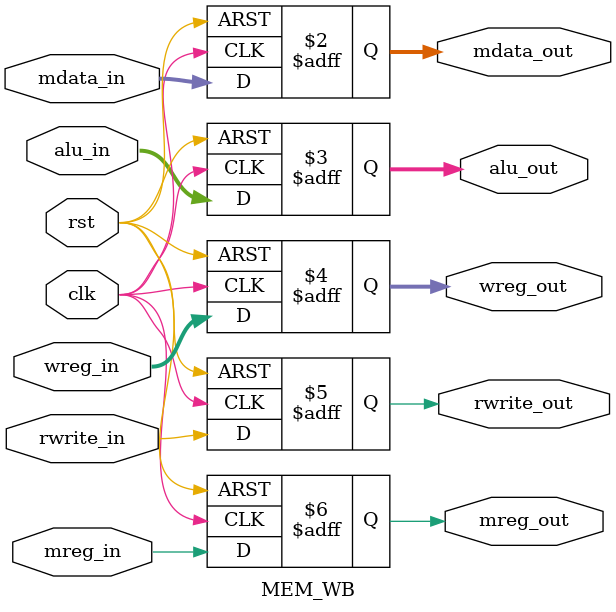
<source format=v>
module MEM_WB(
    input clk, rst,
    input [15:0] mdata_in, alu_in,
    input [2:0] wreg_in,
    input rwrite_in, mreg_in,
    output reg [15:0] mdata_out, alu_out,
    output reg [2:0] wreg_out,
    output reg rwrite_out, mreg_out
);
    always @(posedge clk or posedge rst) begin
        if (rst) begin
            {mdata_out, alu_out, wreg_out} <= 0;
            {rwrite_out, mreg_out} <= 0;
        end else begin
            mdata_out <= mdata_in; alu_out <= alu_in; wreg_out <= wreg_in;
            rwrite_out <= rwrite_in; mreg_out <= mreg_in;
        end
    end
endmodule
</source>
